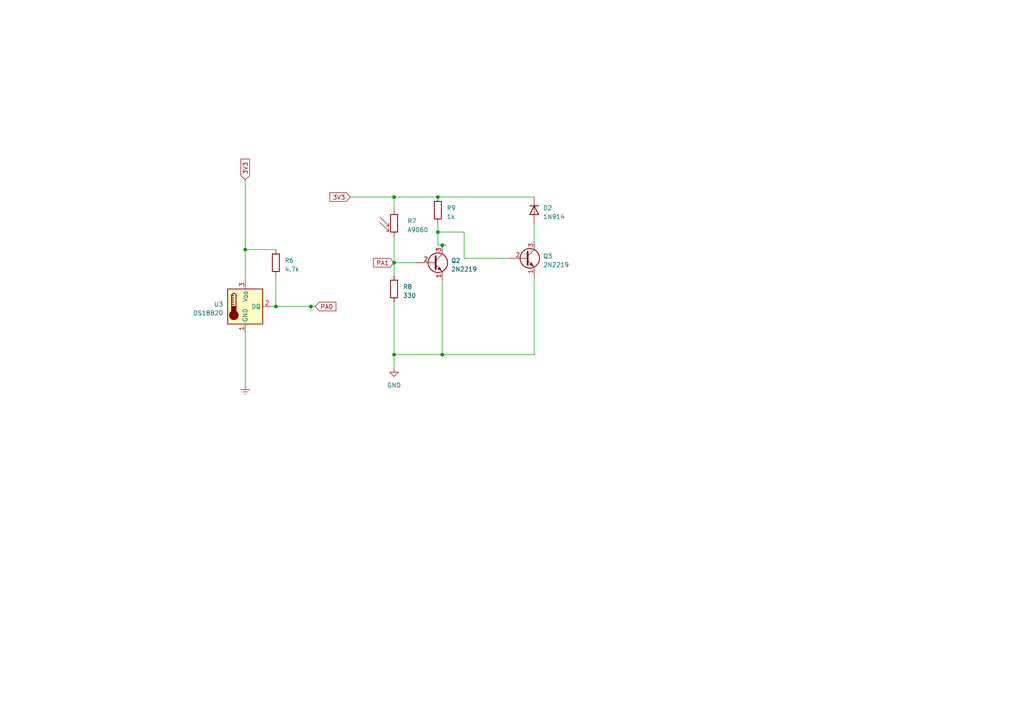
<source format=kicad_sch>
(kicad_sch (version 20230121) (generator eeschema)
  (paper "A4")
  (lib_symbols
    (symbol "Device:R" (pin_numbers hide) (pin_names (offset 0))
      (property "Reference" "R" (at 2.032 0 90))
      (property "Value" "R" (at 0 0 90))
      (symbol "R_0_1"
        (rectangle (start -1.016 -2.54) (end 1.016 2.54) (stroke (width 0.254)))
      )
      (symbol "R_1_1"
        (pin passive line (at 0 3.81 270) (length 1.27) (name "~") (number "1"))
        (pin passive line (at 0 -3.81 90) (length 1.27) (name "~") (number "2"))
      )
    )
    (symbol "Diode:1N914" (pin_numbers hide) (pin_names hide)
      (property "Reference" "D" (at 0 2.54 0))
      (property "Value" "1N914" (at 0 -2.54 0))
      (symbol "1N914_0_1"
        (polyline (pts (xy -1.27 1.27) (xy -1.27 -1.27)) (stroke (width 0.254)))
        (polyline (pts (xy 1.27 0) (xy -1.27 0)))
        (polyline (pts (xy 1.27 1.27) (xy 1.27 -1.27) (xy -1.27 0) (xy 1.27 1.27)) (stroke (width 0.254)))
      )
      (symbol "1N914_1_1"
        (pin passive line (at -3.81 0 0) (length 2.54) (name "K") (number "1"))
        (pin passive line (at 3.81 0 180) (length 2.54) (name "A") (number "2"))
      )
    )
    (symbol "Sensor_Optical:A9060" (pin_numbers hide) (pin_names (offset 0))
      (property "Reference" "R" (at -5.08 0 90))
      (property "Value" "A9060" (at 1.905 0 90))
      (symbol "A9060_0_1"
        (rectangle (start -1.016 2.54) (end 1.016 -2.54) (stroke (width 0.254)))
        (polyline (pts (xy -1.524 -2.286) (xy -4.064 0.254)))
        (polyline (pts (xy -1.524 -2.286) (xy -2.286 -2.286)))
        (polyline (pts (xy -1.524 -2.286) (xy -1.524 -1.524)))
        (polyline (pts (xy -1.524 -0.762) (xy -4.064 1.778)))
        (polyline (pts (xy -1.524 -0.762) (xy -2.286 -0.762)))
        (polyline (pts (xy -1.524 -0.762) (xy -1.524 0)))
      )
      (symbol "A9060_1_1"
        (pin passive line (at 0 3.81 270) (length 1.27) (name "~") (number "1"))
        (pin passive line (at 0 -3.81 90) (length 1.27) (name "~") (number "2"))
      )
    )
    (symbol "Sensor_Temperature:DS18B20"
      (property "Reference" "U" (at -3.81 6.35 0))
      (property "Value" "DS18B20" (at 6.35 6.35 0))
      (symbol "DS18B20_0_1"
        (rectangle (start -5.08 5.08) (end 5.08 -5.08) (stroke (width 0.254)) (fill (type background)))
        (circle (center -3.302 -2.54) (radius 1.27) (stroke (width 0.254)) (fill (type outline)))
        (rectangle (start -2.667 -1.905) (end -3.937 0) (stroke (width 0.254)) (fill (type outline)))
        (arc (start -2.667 3.175) (mid -3.302 3.8073) (end -3.937 3.175) (stroke (width 0.254)))
        (polyline (pts (xy -3.937 0.635) (xy -3.302 0.635)) (stroke (width 0.254)))
        (polyline (pts (xy -3.937 1.27) (xy -3.302 1.27)) (stroke (width 0.254)))
        (polyline (pts (xy -3.937 1.905) (xy -3.302 1.905)) (stroke (width 0.254)))
        (polyline (pts (xy -3.937 2.54) (xy -3.302 2.54)) (stroke (width 0.254)))
        (polyline (pts (xy -3.937 3.175) (xy -3.937 0)) (stroke (width 0.254)))
        (polyline (pts (xy -3.937 3.175) (xy -3.302 3.175)) (stroke (width 0.254)))
        (polyline (pts (xy -2.667 3.175) (xy -2.667 0)) (stroke (width 0.254)))
      )
      (symbol "DS18B20_1_1"
        (pin power_in line (at 0 -7.62 90) (length 2.54) (name "GND") (number "1"))
        (pin bidirectional line (at 7.62 0 180) (length 2.54) (name "DQ") (number "2"))
        (pin power_in line (at 0 7.62 270) (length 2.54) (name "V_{DD}") (number "3"))
      )
    )
    (symbol "Transistor_BJT:2N2219" (pin_names (offset 0) hide)
      (property "Reference" "Q" (at 5.08 1.905 0))
      (property "Value" "2N2219" (at 5.08 0 0))
      (symbol "2N2219_0_1"
        (polyline (pts (xy 0.635 0.635) (xy 2.54 2.54)))
        (polyline (pts (xy 0.635 -0.635) (xy 2.54 -2.54) (xy 2.54 -2.54)))
        (polyline (pts (xy 0.635 1.905) (xy 0.635 -1.905) (xy 0.635 -1.905)) (stroke (width 0.508)))
        (polyline (pts (xy 1.27 -1.778) (xy 1.778 -1.27) (xy 2.286 -2.286) (xy 1.27 -1.778) (xy 1.27 -1.778)) (fill (type outline)))
        (circle (center 1.27 0) (radius 2.8194) (stroke (width 0.254)))
      )
      (symbol "2N2219_1_1"
        (pin passive line (at 2.54 -5.08 90) (length 2.54) (name "E") (number "1"))
        (pin passive line (at -5.08 0 0) (length 5.715) (name "B") (number "2"))
        (pin passive line (at 2.54 5.08 270) (length 2.54) (name "C") (number "3"))
      )
    )
    (symbol "power:Earth" (power) (pin_names (offset 0))
      (symbol "Earth_0_1"
        (polyline (pts (xy -0.635 -1.905) (xy 0.635 -1.905)))
        (polyline (pts (xy -0.127 -2.54) (xy 0.127 -2.54)))
        (polyline (pts (xy 0 -1.27) (xy 0 0)))
        (polyline (pts (xy 1.27 -1.27) (xy -1.27 -1.27)))
      )
      (symbol "Earth_1_1"
        (pin power_in line (at 0 0 270) (length 0) hide (name "Earth") (number "1"))
      )
    )
    (symbol "power:GND" (power) (pin_names (offset 0))
      (property "Value" "GND" (at 0 -3.81 0))
      (symbol "GND_0_1"
        (polyline (pts (xy 0 0) (xy 0 -1.27) (xy 1.27 -1.27) (xy 0 -2.54) (xy -1.27 -1.27) (xy 0 -1.27)))
      )
      (symbol "GND_1_1"
        (pin power_in line (at 0 0 270) (length 0) hide (name "GND") (number "1"))
      )
    )
  )
  (junction (at 80.01 88.9))
  (junction (at 127 57.15))
  (junction (at 71.12 72.39))
  (junction (at 127 67.31))
  (junction (at 128.27 102.87))
  (junction (at 90.17 88.9))
  (junction (at 114.3 102.87))
  (junction (at 128.27 71.12))
  (junction (at 114.3 57.15))
  (junction (at 114.3 76.2))
  (wire (pts (xy 114.3 76.2) (xy 114.3 80.01)))
  (wire (pts (xy 114.3 76.2) (xy 120.65 76.2)))
  (wire (pts (xy 71.12 72.39) (xy 80.01 72.39)))
  (wire (pts (xy 114.3 57.15) (xy 127 57.15)))
  (wire (pts (xy 114.3 68.58) (xy 114.3 76.2)))
  (wire (pts (xy 90.17 88.9) (xy 91.44 88.9)))
  (wire (pts (xy 71.12 96.52) (xy 71.12 111.76)))
  (wire (pts (xy 127 57.15) (xy 154.94 57.15)))
  (wire (pts (xy 78.74 88.9) (xy 80.01 88.9)))
  (wire (pts (xy 154.94 64.77) (xy 154.94 69.85)))
  (wire (pts (xy 114.3 102.87) (xy 114.3 106.68)))
  (wire (pts (xy 80.01 88.9) (xy 90.17 88.9)))
  (wire (pts (xy 127 64.77) (xy 127 67.31)))
  (wire (pts (xy 134.62 67.31) (xy 127 67.31)))
  (wire (pts (xy 127 67.31) (xy 127 71.12)))
  (wire (pts (xy 128.27 102.87) (xy 114.3 102.87)))
  (wire (pts (xy 71.12 52.07) (xy 71.12 72.39)))
  (wire (pts (xy 101.6 57.15) (xy 114.3 57.15)))
  (wire (pts (xy 128.27 81.28) (xy 128.27 102.87)))
  (wire (pts (xy 127 71.12) (xy 128.27 71.12)))
  (wire (pts (xy 71.12 81.28) (xy 71.12 72.39)))
  (wire (pts (xy 154.94 80.01) (xy 154.94 102.87)))
  (wire (pts (xy 154.94 102.87) (xy 128.27 102.87)))
  (wire (pts (xy 90.17 88.9) (xy 90.17 90.17)))
  (wire (pts (xy 128.27 71.12) (xy 129.54 71.12)))
  (wire (pts (xy 80.01 80.01) (xy 80.01 88.9)))
  (wire (pts (xy 114.3 87.63) (xy 114.3 102.87)))
  (wire (pts (xy 114.3 60.96) (xy 114.3 57.15)))
  (wire (pts (xy 147.32 74.93) (xy 134.62 74.93)))
  (wire (pts (xy 134.62 74.93) (xy 134.62 67.31)))
  (global_label "3V3" (shape input) (at 101.6 57.15 180) (property "Intersheetrefs" "${INTERSHEET_REFS}" (effects hide)))
  (global_label "PA1" (shape input) (at 114.3 76.2 180) (property "Intersheetrefs" "${INTERSHEET_REFS}" (effects hide)))
  (global_label "PA0" (shape input) (at 91.44 88.9 0) (property "Intersheetrefs" "${INTERSHEET_REFS}" (effects hide)))
  (global_label "3V3" (shape input) (at 71.12 52.07 90) (property "Intersheetrefs" "${INTERSHEET_REFS}" (effects hide)))
  (symbol (lib_id "Transistor_BJT:2N2219") (at 152.4 74.93 0) (unit 1)
    (property "Reference" "Q3" (at 157.48 74.295 0) (effects (justify left)))
    (property "Value" "2N2219" (at 157.48 76.835 0) (effects (justify left)))
    (property "Footprint" "Package_TO_SOT_THT:TO-39-3" (effects hide))
    (property "Datasheet" "http://www.onsemi.com/pub_link/Collateral/2N2219-D.PDF" (effects hide))
  )
  (symbol (lib_id "Diode:1N914") (at 154.94 60.96 270) (unit 1)
    (property "Reference" "D2" (at 157.48 60.325 90) (effects (justify left)))
    (property "Value" "1N914" (at 157.48 62.865 90) (effects (justify left)))
    (property "Footprint" "Diode_THT:D_DO-35_SOD27_P7.62mm_Horizontal" (effects hide))
    (property "Datasheet" "http://www.vishay.com/docs/85622/1n914.pdf" (effects hide))
    (property "Sim.Device" "D" (effects hide))
    (property "Sim.Pins" "1=K 2=A" (effects hide))
  )
  (symbol (lib_id "Device:R") (at 127 60.96 0) (unit 1)
    (property "Reference" "R9" (at 129.54 60.325 0) (effects (justify left)))
    (property "Value" "1k" (at 129.54 62.865 0) (effects (justify left)))
  )
  (symbol (lib_id "Sensor_Optical:A9060") (at 114.3 64.77 0) (unit 1)
    (property "Reference" "R7" (at 118.11 64.135 0) (effects (justify left)))
    (property "Value" "A9060" (at 118.11 66.675 0) (effects (justify left)))
    (property "Footprint" "OptoDevice:R_LDR_5.0x4.1mm_P3mm_Vertical" (effects hide))
    (property "Datasheet" "http://cdn-reichelt.de/documents/datenblatt/A500/A90xxxx%23PE.pdf" (effects hide))
  )
  (symbol (lib_id "Device:R") (at 80.01 76.2 0) (unit 1)
    (property "Reference" "R6" (at 82.55 75.565 0) (effects (justify left)))
    (property "Value" "4.7k" (at 82.55 78.105 0) (effects (justify left)))
  )
  (symbol (lib_id "Sensor_Temperature:DS18B20") (at 71.12 88.9 0) (unit 1)
    (property "Reference" "U3" (at 64.77 88.265 0) (effects (justify right)))
    (property "Value" "DS18B20" (at 64.77 90.805 0) (effects (justify right)))
    (property "Footprint" "Package_TO_SOT_THT:TO-92_Inline" (effects hide))
    (property "Datasheet" "http://datasheets.maximintegrated.com/en/ds/DS18B20.pdf" (effects hide))
  )
  (symbol (lib_id "power:GND") (at 114.3 106.68 0) (unit 1)
    (property "Reference" "#PWR03" (effects hide))
    (property "Value" "GND" (at 114.3 111.76 0))
  )
  (symbol (lib_id "power:Earth") (at 71.12 111.76 0) (unit 1)
    (property "Reference" "#PWR02" (effects hide))
    (property "Value" "Earth" (effects hide))
  )
  (symbol (lib_id "Transistor_BJT:2N2219") (at 125.73 76.2 0) (unit 1)
    (property "Reference" "Q2" (at 130.81 75.565 0) (effects (justify left)))
    (property "Value" "2N2219" (at 130.81 78.105 0) (effects (justify left)))
    (property "Footprint" "Package_TO_SOT_THT:TO-39-3" (effects hide))
    (property "Datasheet" "http://www.onsemi.com/pub_link/Collateral/2N2219-D.PDF" (effects hide))
  )
  (symbol (lib_id "Device:R") (at 114.3 83.82 0) (unit 1)
    (property "Reference" "R8" (at 116.84 83.185 0) (effects (justify left)))
    (property "Value" "330" (at 116.84 85.725 0) (effects (justify left)))
  )
)
</source>
